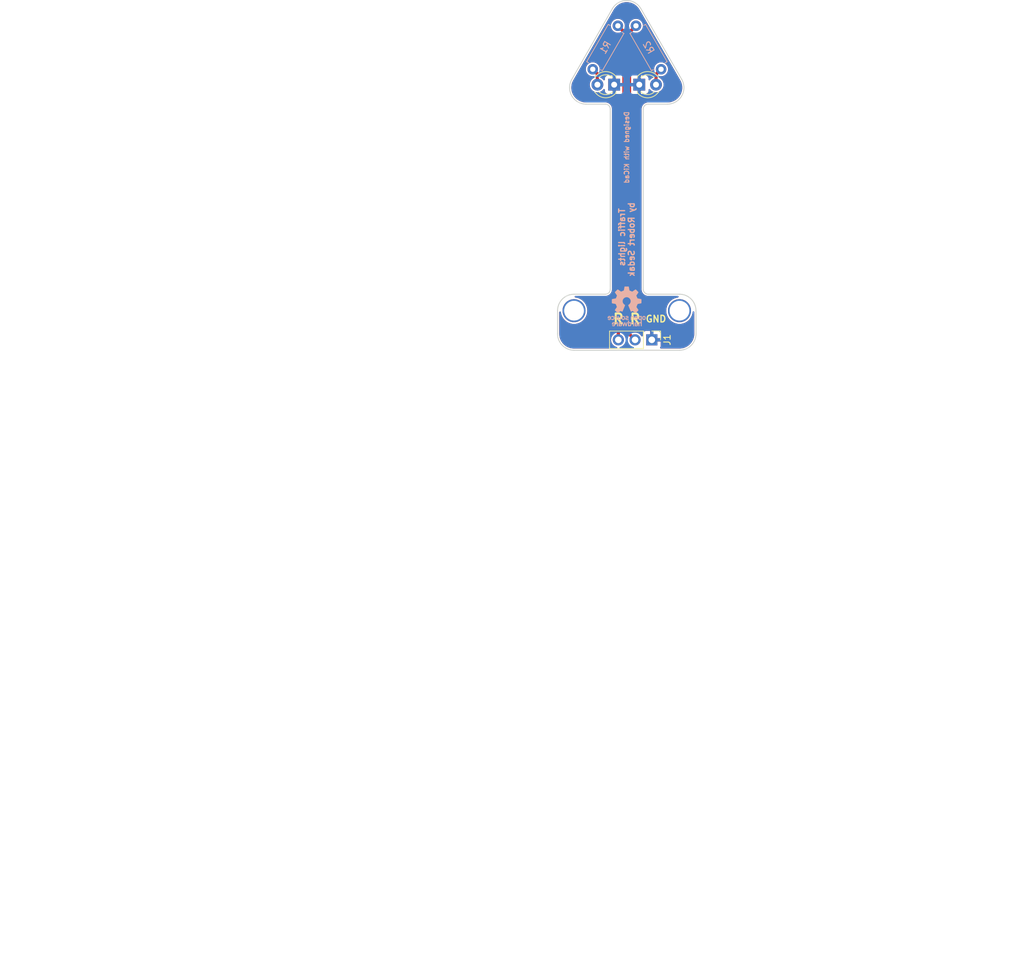
<source format=kicad_pcb>
(kicad_pcb (version 20211014) (generator pcbnew)
  (title_block (title "Traffic lights - railroad crossing") (date "2022-04-23") (rev "1.0") (company "Designed by Robert Sedak") (comment 1 "License: CC-BY-SA 4.0"))
  (layers (0 "F.Cu" signal) (31 "B.Cu" signal) (34 "B.Paste" user) (35 "F.Paste" user) (36 "B.SilkS" user "B.Silkscreen") (37 "F.SilkS" user "F.Silkscreen") (38 "B.Mask" user) (39 "F.Mask" user) (44 "Edge.Cuts" user))
  (net 0 "")
  (net 1 "Net-(D1-Pad2)")
  (net 2 "Net-(D2-Pad2)")
  (net 3 "Net-(J1-Pad3)")
  (net 4 "Net-(J1-Pad2)")
  (net 5 "Net-(D1-Pad1)")
  (footprint "LED_THT:LED_D3.0mm" (layer "F.Cu") (at 108.585 59.69 180)
    (fp_text reference "D1")
    (fp_text value "LED")
    (fp_line (start -0.29 1.08) (end -0.29 1.236) (layer "F.SilkS") (width 0.12))
    (fp_line (start -0.29 -1.236) (end -0.29 -1.08) (layer "F.SilkS") (width 0.12))
    (fp_arc (start 2.942335 1.078608) (mid 1.366487 1.987659) (end -0.29 1.235516) (layer "F.SilkS") (width 0.12))
    (fp_arc (start 0.229039 -1.08) (mid 1.270117 -1.5) (end 2.31113 -1.079837) (layer "F.SilkS") (width 0.12))
    (fp_arc (start -0.29 -1.235516) (mid 1.366487 -1.987659) (end 2.942335 -1.078608) (layer "F.SilkS") (width 0.12))
    (fp_arc (start 2.31113 1.079837) (mid 1.270117 1.5) (end 0.229039 1.08) (layer "F.SilkS") (width 0.12))
    (pad "1" thru_hole rect (at 0 0 180) (size 1.8 1.8) (drill 0.9) (layers *.Cu *.Mask) (net 5 "Net-(D1-Pad1)"))
    (pad "2" thru_hole circle (at 2.54 0 180) (size 1.8 1.8) (drill 0.9) (layers *.Cu *.Mask) (net 1 "Net-(D1-Pad2)"))
  )
  (footprint "LED_THT:LED_D3.0mm" (layer "F.Cu") (at 112.395 59.69)
    (fp_text reference "D2")
    (fp_text value "LED")
    (fp_line (start -0.29 -1.236) (end -0.29 -1.08) (layer "F.SilkS") (width 0.12))
    (fp_line (start -0.29 1.08) (end -0.29 1.236) (layer "F.SilkS") (width 0.12))
    (fp_arc (start 2.942335 1.078608) (mid 1.366487 1.987659) (end -0.29 1.235516) (layer "F.SilkS") (width 0.12))
    (fp_arc (start 0.229039 -1.08) (mid 1.270117 -1.5) (end 2.31113 -1.079837) (layer "F.SilkS") (width 0.12))
    (fp_arc (start -0.29 -1.235516) (mid 1.366487 -1.987659) (end 2.942335 -1.078608) (layer "F.SilkS") (width 0.12))
    (fp_arc (start 2.31113 1.079837) (mid 1.270117 1.5) (end 0.229039 1.08) (layer "F.SilkS") (width 0.12))
    (pad "1" thru_hole rect (at 0 0) (size 1.8 1.8) (drill 0.9) (layers *.Cu *.Mask) (net 5 "Net-(D1-Pad1)"))
    (pad "2" thru_hole circle (at 2.54 0) (size 1.8 1.8) (drill 0.9) (layers *.Cu *.Mask) (net 2 "Net-(D2-Pad2)"))
  )
  (footprint "Connector_PinHeader_2.54mm:PinHeader_1x03_P2.54mm_Vertical" (layer "F.Cu") (at 114.3 98.425 -90)
    (fp_text reference "J1" (at 0 -2.33 -90) (layer "F.SilkS"))
    (fp_text value "Conn_01x03_Male")
    (fp_line (start -1.33 1.27) (end 1.33 1.27) (layer "F.SilkS") (width 0.12))
    (fp_line (start 1.33 1.27) (end 1.33 6.41) (layer "F.SilkS") (width 0.12))
    (fp_line (start -1.33 0) (end -1.33 -1.33) (layer "F.SilkS") (width 0.12))
    (fp_line (start -1.33 -1.33) (end 0 -1.33) (layer "F.SilkS") (width 0.12))
    (fp_line (start -1.33 1.27) (end -1.33 6.41) (layer "F.SilkS") (width 0.12))
    (fp_line (start -1.33 6.41) (end 1.33 6.41) (layer "F.SilkS") (width 0.12))
    (pad "1" thru_hole rect (at 0 0 270) (size 1.7 1.7) (drill 1) (layers *.Cu *.Mask) (net 5 "Net-(D1-Pad1)"))
    (pad "2" thru_hole oval (at 0 2.54 270) (size 1.7 1.7) (drill 1) (layers *.Cu *.Mask) (net 4 "Net-(J1-Pad2)"))
    (pad "3" thru_hole oval (at 0 5.08 270) (size 1.7 1.7) (drill 1) (layers *.Cu *.Mask) (net 3 "Net-(J1-Pad3)"))
  )
  (footprint "Resistor_THT:R_Axial_DIN0207_L6.3mm_D2.5mm_P7.62mm_Horizontal" (layer "B.Cu") (at 109.15 50.75 -120)
    (fp_text reference "R1" (at 3.81 0 60) (layer "B.SilkS") (effects (justify mirror)))
    (fp_text value "220R")
    (fp_line (start 0.54 1.04) (end 0.54 1.37) (layer "B.SilkS") (width 0.12))
    (fp_line (start 0.54 -1.04) (end 0.54 -1.37) (layer "B.SilkS") (width 0.12))
    (fp_line (start 7.08 -1.37) (end 7.08 -1.04) (layer "B.SilkS") (width 0.12))
    (fp_line (start 0.54 -1.37) (end 7.08 -1.37) (layer "B.SilkS") (width 0.12))
    (fp_line (start 7.08 1.37) (end 7.08 1.04) (layer "B.SilkS") (width 0.12))
    (fp_line (start 0.54 1.37) (end 7.08 1.37) (layer "B.SilkS") (width 0.12))
    (pad "1" thru_hole circle (at 0 0 240) (size 1.6 1.6) (drill 0.8) (layers *.Cu *.Mask) (net 3 "Net-(J1-Pad3)"))
    (pad "2" thru_hole oval (at 7.62 0 240) (size 1.6 1.6) (drill 0.8) (layers *.Cu *.Mask) (net 1 "Net-(D1-Pad2)"))
  )
  (footprint "Resistor_THT:R_Axial_DIN0207_L6.3mm_D2.5mm_P7.62mm_Horizontal" (layer "B.Cu") (at 115.705 57.349557 120)
    (fp_text reference "R2" (at 3.81 0 120) (layer "B.SilkS") (effects (justify mirror)))
    (fp_text value "220R")
    (fp_line (start 0.54 -1.37) (end 7.08 -1.37) (layer "B.SilkS") (width 0.12))
    (fp_line (start 0.54 1.04) (end 0.54 1.37) (layer "B.SilkS") (width 0.12))
    (fp_line (start 0.54 -1.04) (end 0.54 -1.37) (layer "B.SilkS") (width 0.12))
    (fp_line (start 7.08 -1.37) (end 7.08 -1.04) (layer "B.SilkS") (width 0.12))
    (fp_line (start 0.54 1.37) (end 7.08 1.37) (layer "B.SilkS") (width 0.12))
    (fp_line (start 7.08 1.37) (end 7.08 1.04) (layer "B.SilkS") (width 0.12))
    (pad "1" thru_hole circle (at 0 0 120) (size 1.6 1.6) (drill 0.8) (layers *.Cu *.Mask) (net 2 "Net-(D2-Pad2)"))
    (pad "2" thru_hole oval (at 7.62 0 120) (size 1.6 1.6) (drill 0.8) (layers *.Cu *.Mask) (net 4 "Net-(J1-Pad2)"))
  )
  (footprint "Symbol:OSHW-Logo_5.7x6mm_SilkScreen" (layer "B.Cu") (at 110.49 93.345 180)
    (fp_text reference "REF**" hide)
    (fp_text value "OSHW-Logo_5.7x6mm_SilkScreen" hide)
    (fp_poly (pts (xy -2.538261 -1.465148) (xy -2.472479 -1.494231) (xy -2.42254 -1.542793) (xy -2.388374 -1.610908) (xy -2.369907 -1.698651) (xy -2.368583 -1.712351) (xy -2.367546 -1.808939) (xy -2.380993 -1.893602) (xy -2.408108 -1.962221) (xy -2.422627 -1.984294) (xy -2.473201 -2.031011) (xy -2.537609 -2.061268) (xy -2.609666 -2.073824) (xy -2.683185 -2.067439) (xy -2.739072 -2.047772) (xy -2.787132 -2.014629) (xy -2.826412 -1.971175) (xy -2.827092 -1.970158) (xy -2.843044 -1.943338) (xy -2.85341 -1.916368) (xy -2.859688 -1.882332) (xy -2.863373 -1.83431) (xy -2.864997 -1.794931) (xy -2.865672 -1.759219) (xy -2.739955 -1.759219) (xy -2.738726 -1.79477) (xy -2.734266 -1.842094) (xy -2.726397 -1.872465) (xy -2.712207 -1.894072) (xy -2.698917 -1.906694) (xy -2.651802 -1.933122) (xy -2.602505 -1.936653) (xy -2.556593 -1.917639) (xy -2.533638 -1.896331) (xy -2.517096 -1.874859) (xy -2.507421 -1.854313) (xy -2.503174 -1.827574) (xy -2.50292 -1.787523) (xy -2.504228 -1.750638) (xy -2.507043 -1.697947) (xy -2.511505 -1.663772) (xy -2.519548 -1.64148) (xy -2.533103 -1.624442) (xy -2.543845 -1.614703) (xy -2.588777 -1.589123) (xy -2.637249 -1.587847) (xy -2.677894 -1.602999) (xy -2.712567 -1.634642) (xy -2.733224 -1.68662) (xy -2.739955 -1.759219) (xy -2.865672 -1.759219) (xy -2.866479 -1.716621) (xy -2.863948 -1.658056) (xy -2.856362 -1.614007) (xy -2.842681 -1.579248) (xy -2.821865 -1.548551) (xy -2.814147 -1.539436) (xy -2.765889 -1.494021) (xy -2.714128 -1.467493) (xy -2.650828 -1.456379) (xy -2.619961 -1.455471) (xy -2.538261 -1.465148)) (layer "B.SilkS") (width 0.01) (fill solid))
    (fp_poly (pts (xy 1.635255 -2.401486) (xy 1.683595 -2.411015) (xy 1.711114 -2.425125) (xy 1.740064 -2.448568) (xy 1.698876 -2.500571) (xy 1.673482 -2.532064) (xy 1.656238 -2.547428) (xy 1.639102 -2.549776) (xy 1.614027 -2.542217) (xy 1.602257 -2.537941) (xy 1.55427 -2.531631) (xy 1.510324 -2.545156) (xy 1.47806 -2.57571) (xy 1.472819 -2.585452) (xy 1.467112 -2.611258) (xy 1.462706 -2.658817) (xy 1.459811 -2.724758) (xy 1.458631 -2.80571) (xy 1.458614 -2.817226) (xy 1.458614 -3.017822) (xy 1.320297 -3.017822) (xy 1.320297 -2.401683) (xy 1.389456 -2.401683) (xy 1.429333 -2.402725) (xy 1.450107 -2.407358) (xy 1.457789 -2.417849) (xy 1.458614 -2.427745) (xy 1.458614 -2.453806) (xy 1.491745 -2.427745) (xy 1.529735 -2.409965) (xy 1.58077 -2.401174) (xy 1.635255 -2.401486)) (layer "B.SilkS") (width 0.01) (fill solid))
    (fp_poly (pts (xy 2.677898 -1.456457) (xy 2.710096 -1.464279) (xy 2.771825 -1.492921) (xy 2.82461 -1.536667) (xy 2.861141 -1.589117) (xy 2.86616 -1.600893) (xy 2.873045 -1.63174) (xy 2.877864 -1.677371) (xy 2.879505 -1.723492) (xy 2.879505 -1.810693) (xy 2.697178 -1.810693) (xy 2.621979 -1.810978) (xy 2.569003 -1.812704) (xy 2.535325 -1.817181) (xy 2.51802 -1.82572) (xy 2.514163 -1.83963) (xy 2.520829 -1.860222) (xy 2.53277 -1.884315) (xy 2.56608 -1.924525) (xy 2.612368 -1.944558) (xy 2.668944 -1.943905) (xy 2.733031 -1.922101) (xy 2.788417 -1.895193) (xy 2.834375 -1.931532) (xy 2.880333 -1.967872) (xy 2.837096 -2.007819) (xy 2.779374 -2.045563) (xy 2.708386 -2.06832) (xy 2.632029 -2.074688) (xy 2.558199 -2.063268) (xy 2.546287 -2.059393) (xy 2.481399 -2.025506) (xy 2.43313 -1.974986) (xy 2.400465 -1.906325) (xy 2.382385 -1.818014) (xy 2.382175 -1.816121) (xy 2.380556 -1.719878) (xy 2.3871 -1.685542) (xy 2.514852 -1.685542) (xy 2.526584 -1.690822) (xy 2.558438 -1.694867) (xy 2.605397 -1.697176) (xy 2.635154 -1.697525) (xy 2.690648 -1.697306) (xy 2.725346 -1.695916) (xy 2.743601 -1.692251) (xy 2.749766 -1.68521) (xy 2.748195 -1.67369) (xy 2.746878 -1.669233) (xy 2.724382 -1.627355) (xy 2.689003 -1.593604) (xy 2.65778 -1.578773) (xy 2.616301 -1.579668) (xy 2.574269 -1.598164) (xy 2.539012 -1.628786) (xy 2.517854 -1.666062) (xy 2.514852 -1.685542) (xy 2.3871 -1.685542) (xy 2.39669 -1.635229) (xy 2.428698 -1.564191) (xy 2.474701 -1.508779) (xy 2.532821 -1.471009) (xy 2.60118 -1.452896) (xy 2.677898 -1.456457)) (layer "B.SilkS") (width 0.01) (fill solid))
    (fp_poly (pts (xy 2.217226 -1.46388) (xy 2.29008 -1.49483) (xy 2.313027 -1.509895) (xy 2.342354 -1.533048) (xy 2.360764 -1.551253) (xy 2.363961 -1.557183) (xy 2.354935 -1.57034) (xy 2.331837 -1.592667) (xy 2.313344 -1.60825) (xy 2.262728 -1.648926) (xy 2.22276 -1.615295) (xy 2.191874 -1.593584) (xy 2.161759 -1.58609) (xy 2.127292 -1.58792) (xy 2.072561 -1.601528) (xy 2.034886 -1.629772) (xy 2.011991 -1.675433) (xy 2.001597 -1.741289) (xy 2.001595 -1.741331) (xy 2.002494 -1.814939) (xy 2.016463 -1.868946) (xy 2.044328 -1.905716) (xy 2.063325 -1.918168) (xy 2.113776 -1.933673) (xy 2.167663 -1.933683) (xy 2.214546 -1.918638) (xy 2.225644 -1.911287) (xy 2.253476 -1.892511) (xy 2.275236 -1.889434) (xy 2.298704 -1.903409) (xy 2.324649 -1.92851) (xy 2.365716 -1.97088) (xy 2.320121 -2.008464) (xy 2.249674 -2.050882) (xy 2.170233 -2.071785) (xy 2.087215 -2.070272) (xy 2.032694 -2.056411) (xy 1.96897 -2.022135) (xy 1.918005 -1.968212) (xy 1.894851 -1.930149) (xy 1.876099 -1.875536) (xy 1.866715 -1.806369) (xy 1.866643 -1.731407) (xy 1.875824 -1.659409) (xy 1.894199 -1.599137) (xy 1.897093 -1.592958) (xy 1.939952 -1.532351) (xy 1.997979 -1.488224) (xy 2.066591 -1.461493) (xy 2.141201 -1.453073) (xy 2.217226 -1.46388)) (layer "B.SilkS") (width 0.01) (fill solid))
    (fp_poly (pts (xy -0.754012 -1.469002) (xy -0.722717 -1.48395) (xy -0.692409 -1.505541) (xy -0.669318 -1.530391) (xy -0.6525 -1.562087) (xy -0.641006 -1.604214) (xy -0.633891 -1.660358) (xy -0.630207 -1.734106) (xy -0.629008 -1.829044) (xy -0.628989 -1.838985) (xy -0.628713 -2.062179) (xy -0.76703 -2.062179) (xy -0.76703 -1.856418) (xy -0.767128 -1.780189) (xy -0.767809 -1.724939) (xy -0.769651 -1.686501) (xy -0.773233 -1.660706) (xy -0.779132 -1.643384) (xy -0.787927 -1.630368) (xy -0.80018 -1.617507) (xy -0.843047 -1.589873) (xy -0.889843 -1.584745) (xy -0.934424 -1.602217) (xy -0.949928 -1.615221) (xy -0.96131 -1.627447) (xy -0.969481 -1.64054) (xy -0.974974 -1.658615) (xy -0.97832 -1.685787) (xy -0.980051 -1.72617) (xy -0.980697 -1.783879) (xy -0.980792 -1.854132) (xy -0.980792 -2.062179) (xy -1.119109 -2.062179) (xy -1.119109 -1.458614) (xy -1.04995 -1.458614) (xy -1.008428 -1.460256) (xy -0.987006 -1.466087) (xy -0.980795 -1.477461) (xy -0.980792 -1.477798) (xy -0.97791 -1.488938) (xy -0.965199 -1.487674) (xy -0.939926 -1.475434) (xy -0.882605 -1.457424) (xy -0.817037 -1.455421) (xy -0.754012 -1.469002)) (layer "B.SilkS") (width 0.01) (fill solid))
    (fp_poly (pts (xy 0.376964 2.709982) (xy 0.433812 2.40843) (xy 0.853338 2.235488) (xy 1.104984 2.406605) (xy 1.175458 2.45425) (xy 1.239163 2.49679) (xy 1.293126 2.532285) (xy 1.334373 2.55879) (xy 1.359934 2.574364) (xy 1.366895 2.577722) (xy 1.379435 2.569086) (xy 1.406231 2.545208) (xy 1.44428 2.509141) (xy 1.490579 2.463933) (xy 1.542123 2.412636) (xy 1.595909 2.358299) (xy 1.648935 2.303972) (xy 1.698195 2.252705) (xy 1.740687 2.207549) (xy 1.773407 2.171554) (xy 1.793351 2.14777) (xy 1.798119 2.13981) (xy 1.791257 2.125135) (xy 1.77202 2.092986) (xy 1.74243 2.046508) (xy 1.70451 1.988844) (xy 1.660282 1.92314) (xy 1.634654 1.885664) (xy 1.587941 1.817232) (xy 1.546432 1.75548) (xy 1.51214 1.703481) (xy 1.48708 1.664308) (xy 1.473264 1.641035) (xy 1.471188 1.636145) (xy 1.475895 1.622245) (xy 1.488723 1.58985) (xy 1.507738 1.543515) (xy 1.531003 1.487794) (xy 1.556584 1.427242) (xy 1.582545 1.366414) (xy 1.60695 1.309864) (xy 1.627863 1.262148) (xy 1.643349 1.227819) (xy 1.651472 1.211432) (xy 1.651952 1.210788) (xy 1.664707 1.207659) (xy 1.698677 1.200679) (xy 1.75034 1.190533) (xy 1.816176 1.177908) (xy 1.892664 1.163491) (xy 1.93729 1.155177) (xy 2.019021 1.139616) (xy 2.092843 1.124808) (xy 2.155021 1.111564) (xy 2.201822 1.100695) (xy 2.229509 1.093011) (xy 2.235074 1.090573) (xy 2.240526 1.07407) (xy 2.244924 1.0368) (xy 2.248272 0.98312) (xy 2.250574 0.917388) (xy 2.251832 0.843963) (xy 2.252048 0.767204) (xy 2.251227 0.691468) (xy 2.249371 0.621114) (xy 2.246482 0.5605) (xy 2.242565 0.513984) (xy 2.237622 0.485925) (xy 2.234657 0.480084) (xy 2.216934 0.473083) (xy 2.179381 0.463073) (xy 2.126964 0.451231) (xy 2.064652 0.438733) (xy 2.0429 0.43469) (xy 1.938024 0.41548) (xy 1.85518 0.400009) (xy 1.79163 0.387663) (xy 1.744637 0.377827) (xy 1.711463 0.369886) (xy 1.689371 0.363224) (xy 1.675624 0.357227) (xy 1.667484 0.351281) (xy 1.666345 0.350106) (xy 1.654977 0.331174) (xy 1.637635 0.294331) (xy 1.61605 0.244087) (xy 1.591954 0.184954) (xy 1.567079 0.121444) (xy 1.543157 0.058068) (xy 1.521919 -0.000662) (xy 1.505097 -0.050235) (xy 1.494422 -0.086139) (xy 1.491627 -0.103862) (xy 1.49186 -0.104483) (xy 1.501331 -0.11897) (xy 1.522818 -0.150844) (xy 1.554063 -0.196789) (xy 1.592807 -0.253485) (xy 1.636793 -0.317617) (xy 1.649319 -0.335842) (xy 1.693984 -0.401914) (xy 1.733288 -0.4622) (xy 1.765088 -0.513235) (xy 1.787245 -0.55156) (xy 1.797617 -0.573711) (xy 1.798119 -0.576432) (xy 1.789405 -0.590736) (xy 1.765325 -0.619072) (xy 1.728976 -0.658396) (xy 1.683453 -0.705661) (xy 1.631852 -0.757823) (xy 1.577267 -0.811835) (xy 1.522794 -0.864653) (xy 1.471529 -0.913231) (xy 1.426567 -0.954523) (xy 1.391004 -0.985485) (xy 1.367935 -1.00307) (xy 1.361554 -1.005941) (xy 1.346699 -0.999178) (xy 1.316286 -0.980939) (xy 1.275268 -0.954297) (xy 1.243709 -0.932852) (xy 1.186525 -0.893503) (xy 1.118806 -0.847171) (xy 1.05088 -0.800913) (xy 1.014361 -0.776155) (xy 0.890752 -0.692547) (xy 0.786991 -0.74865) (xy 0.73972 -0.773228) (xy 0.699523 -0.792331) (xy 0.672326 -0.803227) (xy 0.665402 -0.804743) (xy 0.657077 -0.793549) (xy 0.640654 -0.761917) (xy 0.617357 -0.712765) (xy 0.588414 -0.64901) (xy 0.55505 -0.573571) (xy 0.518491 -0.489364) (xy 0.479964 -0.399308) (xy 0.440694 -0.306321) (xy 0.401908 -0.21332) (xy 0.36483 -0.123223) (xy 0.330689 -0.038948) (xy 0.300708 0.036587) (xy 0.276116 0.100466) (xy 0.258136 0.149769) (xy 0.247997 0.181579) (xy 0.246366 0.192504) (xy 0.259291 0.206439) (xy 0.287589 0.22906) (xy 0.325346 0.255667) (xy 0.328515 0.257772) (xy 0.4261 0.335886) (xy 0.504786 0.427018) (xy 0.563891 0.528255) (xy 0.602732 0.636682) (xy 0.620628 0.749386) (xy 0.616897 0.863452) (xy 0.590857 0.975966) (xy 0.541825 1.084015) (xy 0.5274 1.107655) (xy 0.452369 1.203113) (xy 0.36373 1.279768) (xy 0.264549 1.33722) (xy 0.157895 1.375071) (xy 0.046836 1.392922) (xy -0.065561 1.390375) (xy -0.176227 1.36703) (xy -0.282094 1.32249) (xy -0.380095 1.256355) (xy -0.41041 1.229513) (xy -0.487562 1.145488) (xy -0.543782 1.057034) (xy -0.582347 0.957885) (xy -0.603826 0.859697) (xy -0.609128 0.749303) (xy -0.591448 0.63836) (xy -0.552581 0.530619) (xy -0.494323 0.429831) (xy -0.418469 0.339744) (xy -0.326817 0.264108) (xy -0.314772 0.256136) (xy -0.276611 0.230026) (xy -0.247601 0.207405) (xy -0.233732 0.192961) (xy -0.233531 0.192504) (xy -0.236508 0.176879) (xy -0.248311 0.141418) (xy -0.267714 0.089038) (xy -0.293488 0.022655) (xy -0.324409 -0.054814) (xy -0.359249 -0.14045) (xy -0.396783 -0.231337) (xy -0.435783 -0.324559) (xy -0.475023 -0.417197) (xy -0.513276 -0.506335) (xy -0.549317 -0.589055) (xy -0.581917 -0.662441) (xy -0.609852 -0.723575) (xy -0.631895 -0.769541) (xy -0.646818 -0.797421) (xy -0.652828 -0.804743) (xy -0.671191 -0.799041) (xy -0.705552 -0.783749) (xy -0.749984 -0.761599) (xy -0.774417 -0.74865) (xy -0.878178 -0.692547) (xy -1.001787 -0.776155) (xy -1.064886 -0.818987) (xy -1.13397 -0.866122) (xy -1.198707 -0.910503) (xy -1.231134 -0.932852) (xy -1.276741 -0.963477) (xy -1.31536 -0.987747) (xy -1.341952 -1.002587) (xy -1.35059 -1.005724) (xy -1.363161 -0.997261) (xy -1.390984 -0.973636) (xy -1.431361 -0.937302) (xy -1.481595 -0.890711) (xy -1.538988 -0.836317) (xy -1.575286 -0.801392) (xy -1.63879 -0.738996) (xy -1.693673 -0.683188) (xy -1.737714 -0.636354) (xy -1.768695 -0.600882) (xy -1.784398 -0.579161) (xy -1.785905 -0.574752) (xy -1.778914 -0.557985) (xy -1.759594 -0.524082) (xy -1.730091 -0.476476) (xy -1.692545 -0.418599) (xy -1.6491 -0.353884) (xy -1.636745 -0.335842) (xy -1.591727 -0.270267) (xy -1.55134 -0.211228) (xy -1.51784 -0.162042) (xy -1.493486 -0.126028) (xy -1.480536 -0.106502) (xy -1.479285 -0.104483) (xy -1.481156 -0.088922) (xy -1.491087 -0.054709) (xy -1.507347 -0.006355) (xy -1.528205 0.051629) (xy -1.551927 0.11473) (xy -1.576784 0.178437) (xy -1.601042 0.238239) (xy -1.622971 0.289624) (xy -1.640838 0.328081) (xy -1.652913 0.349098) (xy -1.653771 0.350106) (xy -1.661154 0.356112) (xy -1.673625 0.362052) (xy -1.69392 0.36854) (xy -1.724778 0.376191) (xy -1.768934 0.38562) (xy -1.829126 0.397441) (xy -1.908093 0.412271) (xy -2.00857 0.430723) (xy -2.030325 0.43469) (xy -2.094802 0.447147) (xy -2.151011 0.459334) (xy -2.193987 0.470074) (xy -2.21876 0.478191) (xy -2.222082 0.480084) (xy -2.227556 0.496862) (xy -2.232006 0.534355) (xy -2.235428 0.588206) (xy -2.237819 0.654056) (xy -2.239177 0.727547) (xy -2.239499 0.80432) (xy -2.238781 0.880017) (xy -2.237021 0.95028) (xy -2.234216 1.01075) (xy -2.230362 1.05707) (xy -2.225457 1.084881) (xy -2.2225 1.090573) (xy -2.206037 1.096314) (xy -2.168551 1.105655) (xy -2.113775 1.117785) (xy -2.045445 1.131893) (xy -1.967294 1.14717) (xy -1.924716 1.155177) (xy -1.843929 1.170279) (xy -1.771887 1.18396) (xy -1.712111 1.195533) (xy -1.668121 1.204313) (xy -1.643439 1.209613) (xy -1.639377 1.210788) (xy -1.632511 1.224035) (xy -1.617998 1.255943) (xy -1.597771 1.301953) (xy -1.573766 1.357508) (xy -1.547918 1.418047) (xy -1.52216 1.479014) (xy -1.498427 1.535849) (xy -1.478654 1.583994) (xy -1.464776 1.61889) (xy -1.458726 1.635979) (xy -1.458614 1.636726) (xy -1.465472 1.650207) (xy -1.484698 1.68123) (xy -1.514272 1.726711) (xy -1.552173 1.783568) (xy -1.59638 1.848717) (xy -1.622079 1.886138) (xy -1.668907 1.954753) (xy -1.710499 2.017048) (xy -1.744825 2.069871) (xy -1.769857 2.110073) (xy -1.783565 2.1345) (xy -1.785544 2.139976) (xy -1.777034 2.152722) (xy -1.753507 2.179937) (xy -1.717968 2.218572) (xy -1.673423 2.265577) (xy -1.622877 2.317905) (xy -1.569336 2.372505) (xy -1.515805 2.42633) (xy -1.465289 2.47633) (xy -1.420794 2.519457) (xy -1.385325 2.552661) (xy -1.361887 2.572894) (xy -1.354046 2.577722) (xy -1.34128 2.570933) (xy -1.310744 2.551858) (xy -1.26541 2.522439) (xy -1.208244 2.484619) (xy -1.142216 2.440339) (xy -1.09241 2.406605) (xy -0.840764 2.235488) (xy -0.631001 2.321959) (xy -0.421237 2.40843) (xy -0.364389 2.709982) (xy -0.30754 3.011534) (xy 0.320115 3.011534) (xy 0.376964 2.709982)) (layer "B.SilkS") (width 0.01) (fill solid))
    (fp_poly (pts (xy 1.79946 -1.45803) (xy 1.842711 -1.471245) (xy 1.870558 -1.487941) (xy 1.879629 -1.501145) (xy 1.877132 -1.516797) (xy 1.860931 -1.541385) (xy 1.847232 -1.5588) (xy 1.818992 -1.590283) (xy 1.797775 -1.603529) (xy 1.779688 -1.602664) (xy 1.726035 -1.58901) (xy 1.68663 -1.58963) (xy 1.654632 -1.605104) (xy 1.64389 -1.614161) (xy 1.609505 -1.646027) (xy 1.609505 -2.062179) (xy 1.471188 -2.062179) (xy 1.471188 -1.458614) (xy 1.540347 -1.458614) (xy 1.581869 -1.460256) (xy 1.603291 -1.466087) (xy 1.609502 -1.477461) (xy 1.609505 -1.477798) (xy 1.612439 -1.489713) (xy 1.625704 -1.488159) (xy 1.644084 -1.479563) (xy 1.682046 -1.463568) (xy 1.712872 -1.453945) (xy 1.752536 -1.451478) (xy 1.79946 -1.45803)) (layer "B.SilkS") (width 0.01) (fill solid))
    (fp_poly (pts (xy 0.993367 -1.654342) (xy 0.994555 -1.746563) (xy 0.998897 -1.81661) (xy 1.007558 -1.867381) (xy 1.021704 -1.901772) (xy 1.0425 -1.922679) (xy 1.07111 -1.933) (xy 1.106535 -1.935636) (xy 1.143636 -1.932682) (xy 1.171818 -1.921889) (xy 1.192243 -1.90036) (xy 1.206079 -1.865199) (xy 1.214491 -1.81351) (xy 1.218643 -1.742394) (xy 1.219703 -1.654342) (xy 1.219703 -1.458614) (xy 1.35802 -1.458614) (xy 1.35802 -2.062179) (xy 1.288862 -2.062179) (xy 1.24717 -2.060489) (xy 1.225701 -2.054556) (xy 1.219703 -2.043293) (xy 1.216091 -2.033261) (xy 1.201714 -2.035383) (xy 1.172736 -2.04958) (xy 1.106319 -2.07148) (xy 1.035875 -2.069928) (xy 0.968377 -2.046147) (xy 0.936233 -2.027362) (xy 0.911715 -2.007022) (xy 0.893804 -1.981573) (xy 0.881479 -1.947458) (xy 0.873723 -1.901121) (xy 0.869516 -1.839007) (xy 0.86784 -1.757561) (xy 0.867624 -1.694578) (xy 0.867624 -1.458614) (xy 0.993367 -1.458614) (xy 0.993367 -1.654342)) (layer "B.SilkS") (width 0.01) (fill solid))
    (fp_poly (pts (xy -0.993356 -2.40302) (xy -0.974539 -2.40866) (xy -0.968473 -2.421053) (xy -0.968218 -2.426647) (xy -0.967129 -2.44223) (xy -0.959632 -2.444676) (xy -0.939381 -2.433993) (xy -0.927351 -2.426694) (xy -0.8894 -2.411063) (xy -0.844072 -2.403334) (xy -0.796544 -2.40274) (xy -0.751995 -2.408513) (xy -0.715602 -2.419884) (xy -0.692543 -2.436088) (xy -0.687996 -2.456355) (xy -0.690291 -2.461843) (xy -0.70702 -2.484626) (xy -0.732963 -2.512647) (xy -0.737655 -2.517177) (xy -0.762383 -2.538005) (xy -0.783718 -2.544735) (xy -0.813555 -2.540038) (xy -0.825508 -2.536917) (xy -0.862705 -2.529421) (xy -0.888859 -2.532792) (xy -0.910946 -2.544681) (xy -0.931178 -2.560635) (xy -0.946079 -2.5807) (xy -0.956434 -2.608702) (xy -0.963029 -2.648467) (xy -0.966649 -2.703823) (xy -0.968078 -2.778594) (xy -0.968218 -2.82374) (xy -0.968218 -3.017822) (xy -1.09396 -3.017822) (xy -1.09396 -2.401683) (xy -1.031089 -2.401683) (xy -0.993356 -2.40302)) (layer "B.SilkS") (width 0.01) (fill solid))
    (fp_poly (pts (xy 0.014017 -1.456452) (xy 0.061634 -1.465482) (xy 0.111034 -1.48437) (xy 0.116312 -1.486777) (xy 0.153774 -1.506476) (xy 0.179717 -1.524781) (xy 0.188103 -1.536508) (xy 0.180117 -1.555632) (xy 0.16072 -1.58385) (xy 0.15211 -1.594384) (xy 0.116628 -1.635847) (xy 0.070885 -1.608858) (xy 0.02735 -1.590878) (xy -0.02295 -1.581267) (xy -0.071188 -1.58066) (xy -0.108533 -1.589691) (xy -0.117495 -1.595327) (xy -0.134563 -1.621171) (xy -0.136637 -1.650941) (xy -0.123866 -1.674197) (xy -0.116312 -1.678708) (xy -0.093675 -1.684309) (xy -0.053885 -1.690892) (xy -0.004834 -1.697183) (xy 0.004215 -1.69817) (xy 0.082996 -1.711798) (xy 0.140136 -1.734946) (xy 0.17803 -1.769752) (xy 0.199079 -1.818354) (xy 0.205635 -1.877718) (xy 0.196577 -1.945198) (xy 0.167164 -1.998188) (xy 0.117278 -2.036783) (xy 0.0468 -2.061081) (xy -0.031435 -2.070667) (xy -0.095234 -2.070552) (xy -0.146984 -2.061845) (xy -0.182327 -2.049825) (xy -0.226983 -2.02888) (xy -0.268253 -2.004574) (xy -0.282921 -1.993876) (xy -0.320643 -1.963084) (xy -0.275148 -1.917049) (xy -0.229653 -1.871013) (xy -0.177928 -1.905243) (xy -0.126048 -1.930952) (xy -0.070649 -1.944399) (xy -0.017395 -1.945818) (xy 0.028049 -1.935443) (xy 0.060016 -1.913507) (xy 0.070338 -1.894998) (xy 0.068789 -1.865314) (xy 0.04314 -1.842615) (xy -0.00654 -1.82694) (xy -0.060969 -1.819695) (xy -0.144736 -1.805873) (xy -0.206967 -1.779796) (xy -0.248493 -1.740699) (xy -0.270147 -1.68782) (xy -0.273147 -1.625126) (xy -0.258329 -1.559642) (xy -0.224546 -1.510144) (xy -0.171495 -1.476408) (xy -0.098874 -1.458207) (xy -0.045072 -1.454639) (xy 0.014017 -1.456452)) (layer "B.SilkS") (width 0.01) (fill solid))
    (fp_poly (pts (xy 0.281524 -2.404237) (xy 0.331255 -2.407971) (xy 0.461291 -2.797773) (xy 0.481678 -2.728614) (xy 0.493946 -2.685874) (xy 0.510085 -2.628115) (xy 0.527512 -2.564625) (xy 0.536726 -2.53057) (xy 0.571388 -2.401683) (xy 0.714391 -2.401683) (xy 0.671646 -2.536857) (xy 0.650596 -2.603342) (xy 0.625167 -2.683539) (xy 0.59861 -2.767193) (xy 0.574902 -2.841782) (xy 0.520902 -3.011535) (xy 0.462598 -3.015328) (xy 0.404295 -3.019122) (xy 0.372679 -2.914734) (xy 0.353182 -2.849889) (xy 0.331904 -2.7784) (xy 0.313308 -2.715263) (xy 0.312574 -2.71275) (xy 0.298684 -2.669969) (xy 0.286429 -2.640779) (xy 0.277846 -2.629741) (xy 0.276082 -2.631018) (xy 0.269891 -2.64813) (xy 0.258128 -2.684787) (xy 0.242225 -2.736378) (xy 0.223614 -2.798294) (xy 0.213543 -2.832352) (xy 0.159007 -3.017822) (xy 0.043264 -3.017822) (xy -0.049263 -2.725471) (xy -0.075256 -2.643462) (xy -0.098934 -2.568987) (xy -0.11918 -2.505544) (xy -0.134874 -2.456632) (xy -0.144898 -2.425749) (xy -0.147945 -2.416726) (xy -0.145533 -2.407487) (xy -0.126592 -2.403441) (xy -0.087177 -2.403846) (xy -0.081007 -2.404152) (xy -0.007914 -2.407971) (xy 0.039957 -2.58401) (xy 0.057553 -2.648211) (xy 0.073277 -2.704649) (xy 0.085746 -2.748422) (xy 0.093574 -2.77463) (xy 0.09502 -2.778903) (xy 0.101014 -2.77399) (xy 0.113101 -2.748532) (xy 0.129893 -2.705997) (xy 0.150003 -2.64985) (xy 0.167003 -2.59913) (xy 0.231794 -2.400504) (xy 0.281524 -2.404237)) (layer "B.SilkS") (width 0.01) (fill solid))
    (fp_poly (pts (xy -1.356699 -1.472614) (xy -1.344168 -1.478514) (xy -1.300799 -1.510283) (xy -1.25979 -1.556646) (xy -1.229168 -1.607696) (xy -1.220459 -1.631166) (xy -1.212512 -1.673091) (xy -1.207774 -1.723757) (xy -1.207199 -1.744679) (xy -1.207129 -1.810693) (xy -1.587083 -1.810693) (xy -1.578983 -1.845273) (xy -1.559104 -1.88617) (xy -1.524347 -1.921514) (xy -1.482998 -1.944282) (xy -1.456649 -1.94901) (xy -1.420916 -1.943273) (xy -1.378282 -1.928882) (xy -1.363799 -1.922262) (xy -1.31024 -1.895513) (xy -1.264533 -1.930376) (xy -1.238158 -1.953955) (xy -1.224124 -1.973417) (xy -1.223414 -1.979129) (xy -1.235951 -1.992973) (xy -1.263428 -2.014012) (xy -1.288366 -2.030425) (xy -1.355664 -2.05993) (xy -1.43111 -2.073284) (xy -1.505888 -2.069812) (xy -1.565495 -2.051663) (xy -1.626941 -2.012784) (xy -1.670608 -1.961595) (xy -1.697926 -1.895367) (xy -1.710322 -1.811371) (xy -1.711421 -1.772936) (xy -1.707022 -1.684861) (xy -1.706482 -1.682299) (xy -1.580582 -1.682299) (xy -1.577115 -1.690558) (xy -1.562863 -1.695113) (xy -1.53347 -1.697065) (xy -1.484575 -1.697517) (xy -1.465748 -1.697525) (xy -1.408467 -1.696843) (xy -1.372141 -1.694364) (xy -1.352604 -1.689443) (xy -1.34569 -1.681434) (xy -1.345445 -1.678862) (xy -1.353336 -1.658423) (xy -1.373085 -1.629789) (xy -1.381575 -1.619763) (xy -1.413094 -1.591408) (xy -1.445949 -1.580259) (xy -1.463651 -1.579327) (xy -1.511539 -1.590981) (xy -1.551699 -1.622285) (xy -1.577173 -1.667752) (xy -1.577625 -1.669233) (xy -1.580582 -1.682299) (xy -1.706482 -1.682299) (xy -1.692392 -1.61551) (xy -1.666038 -1.560025) (xy -1.633807 -1.520639) (xy -1.574217 -1.477931) (xy -1.504168 -1.455109) (xy -1.429661 -1.453046) (xy -1.356699 -1.472614)) (layer "B.SilkS") (width 0.01) (fill solid))
    (fp_poly (pts (xy 0.610762 -1.466055) (xy 0.674363 -1.500692) (xy 0.724123 -1.555372) (xy 0.747568 -1.599842) (xy 0.757634 -1.639121) (xy 0.764156 -1.695116) (xy 0.766951 -1.759621) (xy 0.765836 -1.824429) (xy 0.760626 -1.881334) (xy 0.754541 -1.911727) (xy 0.734014 -1.953306) (xy 0.698463 -1.997468) (xy 0.655619 -2.036087) (xy 0.613211 -2.061034) (xy 0.612177 -2.06143) (xy 0.559553 -2.072331) (xy 0.497188 -2.072601) (xy 0.437924 -2.062676) (xy 0.41504 -2.054722) (xy 0.356102 -2.0213) (xy 0.31389 -1.977511) (xy 0.286156 -1.919538) (xy 0.270651 -1.843565) (xy 0.267143 -1.803771) (xy 0.26759 -1.753766) (xy 0.402376 -1.753766) (xy 0.406917 -1.826732) (xy 0.419986 -1.882334) (xy 0.440756 -1.917861) (xy 0.455552 -1.92802) (xy 0.493464 -1.935104) (xy 0.538527 -1.933007) (xy 0.577487 -1.922812) (xy 0.587704 -1.917204) (xy 0.614659 -1.884538) (xy 0.632451 -1.834545) (xy 0.640024 -1.773705) (xy 0.636325 -1.708497) (xy 0.628057 -1.669253) (xy 0.60432 -1.623805) (xy 0.566849 -1.595396) (xy 0.52172 -1.585573) (xy 0.475011 -1.595887) (xy 0.439132 -1.621112) (xy 0.420277 -1.641925) (xy 0.409272 -1.662439) (xy 0.404026 -1.690203) (xy 0.402449 -1.732762) (xy 0.402376 -1.753766) (xy 0.26759 -1.753766) (xy 0.268094 -1.69758) (xy 0.285388 -1.610501) (xy 0.319029 -1.54253) (xy 0.369018 -1.493664) (xy 0.435356 -1.463899) (xy 0.449601 -1.460448) (xy 0.53521 -1.452345) (xy 0.610762 -1.466055)) (layer "B.SilkS") (width 0.01) (fill solid))
    (fp_poly (pts (xy -0.201188 -3.017822) (xy -0.270346 -3.017822) (xy -0.310488 -3.016645) (xy -0.331394 -3.011772) (xy -0.338922 -3.001186) (xy -0.339505 -2.994029) (xy -0.340774 -2.979676) (xy -0.348779 -2.976923) (xy -0.369815 -2.985771) (xy -0.386173 -2.994029) (xy -0.448977 -3.013597) (xy -0.517248 -3.014729) (xy -0.572752 -3.000135) (xy -0.624438 -2.964877) (xy -0.663838 -2.912835) (xy -0.685413 -2.85145) (xy -0.685962 -2.848018) (xy -0.689167 -2.810571) (xy -0.690761 -2.756813) (xy -0.690633 -2.716155) (xy -0.553279 -2.716155) (xy -0.550097 -2.770194) (xy -0.542859 -2.814735) (xy -0.53306 -2.839888) (xy -0.495989 -2.87426) (xy -0.451974 -2.886582) (xy -0.406584 -2.876618) (xy -0.367797 -2.846895) (xy -0.353108 -2.826905) (xy -0.344519 -2.80305) (xy -0.340496 -2.76823) (xy -0.339505 -2.71593) (xy -0.341278 -2.664139) (xy -0.345963 -2.618634) (xy -0.352603 -2.588181) (xy -0.35371 -2.585452) (xy -0.380491 -2.553) (xy -0.419579 -2.535183) (xy -0.463315 -2.532306) (xy -0.504038 -2.544674) (xy -0.534087 -2.572593) (xy -0.537204 -2.578148) (xy -0.546961 -2.612022) (xy -0.552277 -2.660728) (xy -0.553279 -2.716155) (xy -0.690633 -2.716155) (xy -0.690568 -2.69554) (xy -0.689664 -2.662563) (xy -0.683514 -2.580981) (xy -0.670733 -2.51973) (xy -0.649471 -2.474449) (xy -0.617878 -2.440779) (xy -0.587207 -2.421014) (xy -0.544354 -2.40712) (xy -0.491056 -2.402354) (xy -0.43648 -2.406236) (xy -0.389792 -2.418282) (xy -0.365124 -2.432693) (xy -0.339505 -2.455878) (xy -0.339505 -2.162773) (xy -0.201188 -2.162773) (xy -0.201188 -3.017822)) (layer "B.SilkS") (width 0.01) (fill solid))
    (fp_poly (pts (xy 1.038411 -2.405417) (xy 1.091411 -2.41829) (xy 1.106731 -2.42511) (xy 1.136428 -2.442974) (xy 1.15922 -2.463093) (xy 1.176083 -2.488962) (xy 1.187998 -2.524073) (xy 1.195942 -2.57192) (xy 1.200894 -2.635996) (xy 1.203831 -2.719794) (xy 1.204947 -2.775768) (xy 1.209052 -3.017822) (xy 1.138932 -3.017822) (xy 1.096393 -3.016038) (xy 1.074476 -3.009942) (xy 1.068812 -2.999706) (xy 1.065821 -2.988637) (xy 1.052451 -2.990754) (xy 1.034233 -2.999629) (xy 0.988624 -3.013233) (xy 0.930007 -3.016899) (xy 0.868354 -3.010903) (xy 0.813638 -2.995521) (xy 0.80873 -2.993386) (xy 0.758723 -2.958255) (xy 0.725756 -2.909419) (xy 0.710587 -2.852333) (xy 0.711746 -2.831824) (xy 0.835508 -2.831824) (xy 0.846413 -2.859425) (xy 0.878745 -2.879204) (xy 0.93091 -2.889819) (xy 0.958787 -2.891228) (xy 1.005247 -2.88762) (xy 1.036129 -2.873597) (xy 1.043664 -2.866931) (xy 1.064076 -2.830666) (xy 1.068812 -2.797773) (xy 1.068812 -2.753763) (xy 1.007513 -2.753763) (xy 0.936256 -2.757395) (xy 0.886276 -2.768818) (xy 0.854696 -2.788824) (xy 0.847626 -2.797743) (xy 0.835508 -2.831824) (xy 0.711746 -2.831824) (xy 0.713971 -2.792456) (xy 0.736663 -2.735244) (xy 0.767624 -2.69658) (xy 0.786376 -2.679864) (xy 0.804733 -2.668878) (xy 0.828619 -2.66218) (xy 0.863957 -2.658326) (xy 0.916669 -2.655873) (xy 0.937577 -2.655168) (xy 1.068812 -2.650879) (xy 1.06862 -2.611158) (xy 1.063537 -2.569405) (xy 1.045162 -2.544158) (xy 1.008039 -2.52803) (xy 1.007043 -2.527742) (xy 0.95441 -2.5214) (xy 0.902906 -2.529684) (xy 0.86463 -2.549827) (xy 0.849272 -2.559773) (xy 0.83273 -2.558397) (xy 0.807275 -2.543987) (xy 0.792328 -2.533817) (xy 0.763091 -2.512088) (xy 0.74498 -2.4958) (xy 0.742074 -2.491137) (xy 0.75404 -2.467005) (xy 0.789396 -2.438185) (xy 0.804753 -2.428461) (xy 0.848901 -2.411714) (xy 0.908398 -2.402227) (xy 0.974487 -2.400095) (xy 1.038411 -2.405417)) (layer "B.SilkS") (width 0.01) (fill solid))
    (fp_poly (pts (xy -1.38421 -2.406555) (xy -1.325055 -2.422339) (xy -1.280023 -2.450948) (xy -1.248246 -2.488419) (xy -1.238366 -2.504411) (xy -1.231073 -2.521163) (xy -1.225974 -2.542592) (xy -1.222679 -2.572616) (xy -1.220797 -2.615154) (xy -1.219937 -2.674122) (xy -1.219707 -2.75344) (xy -1.219703 -2.774484) (xy -1.219703 -3.017822) (xy -1.280059 -3.017822) (xy -1.318557 -3.015126) (xy -1.347023 -3.008295) (xy -1.354155 -3.004083) (xy -1.373652 -2.996813) (xy -1.393566 -3.004083) (xy -1.426353 -3.01316) (xy -1.473978 -3.016813) (xy -1.526764 -3.015228) (xy -1.575036 -3.008589) (xy -1.603218 -3.000072) (xy -1.657753 -2.965063) (xy -1.691835 -2.916479) (xy -1.707157 -2.851882) (xy -1.707299 -2.850223) (xy -1.705955 -2.821566) (xy -1.584356 -2.821566) (xy -1.573726 -2.854161) (xy -1.55641 -2.872505) (xy -1.521652 -2.886379) (xy -1.475773 -2.891917) (xy -1.428988 -2.889191) (xy -1.391514 -2.878274) (xy -1.381015 -2.871269) (xy -1.362668 -2.838904) (xy -1.35802 -2.802111) (xy -1.35802 -2.753763) (xy -1.427582 -2.753763) (xy -1.493667 -2.75885) (xy -1.543764 -2.773263) (xy -1.574929 -2.795729) (xy -1.584356 -2.821566) (xy -1.705955 -2.821566) (xy -1.703987 -2.779647) (xy -1.68071 -2.723845) (xy -1.636948 -2.681647) (xy -1.630899 -2.677808) (xy -1.604907 -2.665309) (xy -1.572735 -2.65774) (xy -1.52776 -2.654061) (xy -1.474331 -2.653216) (xy -1.35802 -2.653169) (xy -1.35802 -2.604411) (xy -1.362953 -2.566581) (xy -1.375543 -2.541236) (xy -1.377017 -2.539887) (xy -1.405034 -2.5288) (xy -1.447326 -2.524503) (xy -1.494064 -2.526615) (xy -1.535418 -2.534756) (xy -1.559957 -2.546965) (xy -1.573253 -2.556746) (xy -1.587294 -2.558613) (xy -1.606671 -2.5506) (xy -1.635976 -2.530739) (xy -1.679803 -2.497063) (xy -1.683825 -2.493909) (xy -1.681764 -2.482236) (xy -1.664568 -2.462822) (xy -1.638433 -2.441248) (xy -1.609552 -2.423096) (xy -1.600478 -2.418809) (xy -1.56738 -2.410256) (xy -1.51888 -2.404155) (xy -1.464695 -2.401708) (xy -1.462161 -2.401703) (xy -1.38421 -2.406555)) (layer "B.SilkS") (width 0.01) (fill solid))
    (fp_poly (pts (xy 2.032581 -2.40497) (xy 2.092685 -2.420597) (xy 2.143021 -2.452848) (xy 2.167393 -2.47694) (xy 2.207345 -2.533895) (xy 2.230242 -2.599965) (xy 2.238108 -2.681182) (xy 2.238148 -2.687748) (xy 2.238218 -2.753763) (xy 1.858264 -2.753763) (xy 1.866363 -2.788342) (xy 1.880987 -2.819659) (xy 1.906581 -2.852291) (xy 1.911935 -2.8575) (xy 1.957943 -2.885694) (xy 2.01041 -2.890475) (xy 2.070803 -2.871926) (xy 2.08104 -2.866931) (xy 2.112439 -2.851745) (xy 2.13347 -2.843094) (xy 2.137139 -2.842293) (xy 2.149948 -2.850063) (xy 2.174378 -2.869072) (xy 2.186779 -2.87946) (xy 2.212476 -2.903321) (xy 2.220915 -2.919077) (xy 2.215058 -2.933571) (xy 2.211928 -2.937534) (xy 2.190725 -2.954879) (xy 2.155738 -2.975959) (xy 2.131337 -2.988265) (xy 2.062072 -3.009946) (xy 1.985388 -3.016971) (xy 1.912765 -3.008647) (xy 1.892426 -3.002686) (xy 1.829476 -2.968952) (xy 1.782815 -2.917045) (xy 1.752173 -2.846459) (xy 1.737282 -2.756692) (xy 1.735647 -2.709753) (xy 1.740421 -2.641413) (xy 1.86099 -2.641413) (xy 1.872652 -2.646465) (xy 1.903998 -2.650429) (xy 1.949571 -2.652768) (xy 1.980446 -2.653169) (xy 2.035981 -2.652783) (xy 2.071033 -2.650975) (xy 2.090262 -2.646773) (xy 2.09833 -2.639203) (xy 2.099901 -2.628218) (xy 2.089121 -2.594381) (xy 2.06198 -2.56094) (xy 2.026277 -2.535272) (xy 1.99056 -2.524772) (xy 1.942048 -2.534086) (xy 1.900053 -2.561013) (xy 1.870936 -2.599827) (xy 1.86099 -2.641413) (xy 1.740421 -2.641413) (xy 1.742599 -2.610236) (xy 1.764055 -2.530949) (xy 1.80047 -2.471263) (xy 1.852297 -2.430549) (xy 1.91999 -2.408179) (xy 1.956662 -2.403871) (xy 2.032581 -2.40497)) (layer "B.SilkS") (width 0.01) (fill solid))
    (fp_poly (pts (xy -1.908759 -1.469184) (xy -1.882247 -1.482282) (xy -1.849553 -1.505106) (xy -1.825725 -1.529996) (xy -1.809406 -1.561249) (xy -1.79924 -1.603166) (xy -1.793872 -1.660044) (xy -1.791944 -1.736184) (xy -1.791831 -1.768917) (xy -1.792161 -1.840656) (xy -1.793527 -1.891927) (xy -1.7965 -1.927404) (xy -1.801649 -1.951763) (xy -1.809543 -1.96968) (xy -1.817757 -1.981902) (xy -1.870187 -2.033905) (xy -1.93193 -2.065184) (xy -1.998536 -2.074592) (xy -2.065558 -2.06098) (xy -2.086792 -2.051354) (xy -2.137624 -2.024859) (xy -2.137624 -2.440052) (xy -2.100525 -2.420868) (xy -2.051643 -2.406025) (xy -1.991561 -2.402222) (xy -1.931564 -2.409243) (xy -1.886256 -2.425013) (xy -1.848675 -2.455047) (xy -1.816564 -2.498024) (xy -1.81415 -2.502436) (xy -1.803967 -2.523221) (xy -1.79653 -2.54417) (xy -1.791411 -2.569548) (xy -1.788181 -2.603618) (xy -1.786413 -2.650641) (xy -1.785677 -2.714882) (xy -1.785544 -2.787176) (xy -1.785544 -3.017822) (xy -1.923861 -3.017822) (xy -1.923861 -2.592533) (xy -1.962549 -2.559979) (xy -2.002738 -2.53394) (xy -2.040797 -2.529205) (xy -2.079066 -2.541389) (xy -2.099462 -2.55332) (xy -2.114642 -2.570313) (xy -2.125438 -2.595995) (xy -2.132683 -2.633991) (xy -2.137208 -2.687926) (xy -2.139844 -2.761425) (xy -2.140772 -2.810347) (xy -2.143911 -3.011535) (xy -2.209926 -3.015336) (xy -2.27594 -3.019136) (xy -2.27594 -1.77065) (xy -2.137624 -1.77065) (xy -2.134097 -1.840254) (xy -2.122215 -1.888569) (xy -2.10002 -1.918631) (xy -2.065559 -1.933471) (xy -2.030742 -1.936436) (xy -1.991329 -1.933028) (xy -1.965171 -1.919617) (xy -1.948814 -1.901896) (xy -1.935937 -1.882835) (xy -1.928272 -1.861601) (xy -1.924861 -1.831849) (xy -1.924749 -1.787236) (xy -1.925897 -1.74988) (xy -1.928532 -1.693604) (xy -1.932456 -1.656658) (xy -1.939063 -1.633223) (xy -1.949749 -1.61748) (xy -1.959833 -1.60838) (xy -2.00197 -1.588537) (xy -2.05184 -1.585332) (xy -2.080476 -1.592168) (xy -2.108828 -1.616464) (xy -2.127609 -1.663728) (xy -2.136712 -1.733624) (xy -2.137624 -1.77065) (xy -2.27594 -1.77065) (xy -2.27594 -1.458614) (xy -2.206782 -1.458614) (xy -2.16526 -1.460256) (xy -2.143838 -1.466087) (xy -2.137626 -1.477461) (xy -2.137624 -1.477798) (xy -2.134742 -1.488938) (xy -2.12203 -1.487673) (xy -2.096757 -1.475433) (xy -2.037869 -1.456707) (xy -1.971615 -1.454739) (xy -1.908759 -1.469184)) (layer "B.SilkS") (width 0.01) (fill solid))
  )
  (gr_line (start 102.164936 58.89) (end 108.314872 48.16) (layer "Edge.Cuts") (width 0.15))
  (gr_line (start 118.835064 58.89) (end 112.645 48.16) (layer "Edge.Cuts") (width 0.15))
  (gr_line (start 113.75 62.64) (end 116.67 62.64) (layer "Edge.Cuts") (width 0.15))
  (gr_arc (start 108.314872 48.16) (mid 110.479936 46.91) (end 112.645 48.16) (layer "Edge.Cuts") (width 0.15))
  (gr_line (start 102.5 91.5) (end 107.25 91.5) (layer "Edge.Cuts") (width 0.15))
  (gr_line (start 121 97.5) (end 121 94) (layer "Edge.Cuts") (width 0.15))
  (gr_line (start 113.75 91.5) (end 118.5 91.5) (layer "Edge.Cuts") (width 0.15))
  (gr_arc (start 113.75 91.5) (mid 113.21967 91.28033) (end 113 90.75) (layer "Edge.Cuts") (width 0.15))
  (gr_arc (start 108 90.75) (mid 107.78033 91.28033) (end 107.25 91.5) (layer "Edge.Cuts") (width 0.15))
  (gr_line (start 108 63.39) (end 108 90.75) (layer "Edge.Cuts") (width 0.15))
  (gr_line (start 113 63.39) (end 113 90.75) (layer "Edge.Cuts") (width 0.15))
  (gr_arc (start 113 63.39) (mid 113.21967 62.85967) (end 113.75 62.64) (layer "Edge.Cuts") (width 0.15))
  (gr_arc (start 107.25 62.64) (mid 107.78033 62.85967) (end 108 63.39) (layer "Edge.Cuts") (width 0.15))
  (gr_arc (start 104.33 62.64) (mid 102.164937 61.39) (end 102.164936 58.89) (layer "Edge.Cuts") (width 0.15))
  (gr_arc (start 118.835064 58.89) (mid 118.835064 61.39) (end 116.67 62.64) (layer "Edge.Cuts") (width 0.15))
  (gr_arc (start 121 97.5) (mid 120.267767 99.267767) (end 118.5 100) (layer "Edge.Cuts") (width 0.15))
  (gr_arc (start 100 94) (mid 100.732233 92.232233) (end 102.5 91.5) (layer "Edge.Cuts") (width 0.15))
  (gr_arc (start 118.5 91.5) (mid 120.267767 92.232233) (end 121 94) (layer "Edge.Cuts") (width 0.15))
  (gr_line (start 100 97.5) (end 100 94) (layer "Edge.Cuts") (width 0.15))
  (gr_arc (start 102.5 100) (mid 100.732233 99.267767) (end 100 97.5) (layer "Edge.Cuts") (width 0.15))
  (gr_line (start 102.5 100) (end 118.5 100) (layer "Edge.Cuts") (width 0.15))
  (gr_line (start 104.33 62.64) (end 107.25 62.64) (layer "Edge.Cuts") (width 0.15))
  (gr_text "Designed with KiCad" (at 110.49 69.215 90) (layer "B.SilkS") (effects (font (size 0.7 0.7)) (justify mirror)))
  (gr_text "Traffic lights \nby Robert Sedak" (at 110.49 83.185 90) (layer "B.SilkS") (effects (font (size 0.9 0.9) (thickness 0.2)) (justify mirror)))
  (gr_text "R" (at 111.76 95.25) (layer "F.SilkS") (effects (font (size 1.5 1.5) (thickness 0.3))))
  (gr_text "GND" (at 114.935 95.25) (layer "F.SilkS") (effects (font (size 1 1) (thickness 0.2))))
  (gr_text "R" (at 109.22 95.25) (layer "F.SilkS") (effects (font (size 1.5 1.5) (thickness 0.3))))
  (via locked (at 118.5 94) (size 3.5) (drill 3) (layers "F.Cu" "B.Cu") (net 0))
  (via (at 102.5 94) (size 3.5) (drill 3) (layers "F.Cu" "B.Cu") (net 0))
  (segment (start 106.045 58.054114) (end 105.34 57.349114) (width 0.5) (layer "F.Cu") (net 1))
  (segment (start 106.045 59.69) (end 106.045 58.054114) (width 0.5) (layer "F.Cu") (net 1))
  (segment (start 114.935 59.69) (end 114.935 58.119557) (width 0.5) (layer "F.Cu") (net 2))
  (segment (start 114.935 58.119557) (end 115.705 57.349557) (width 0.5) (layer "F.Cu") (net 2))
  (segment (start 110.069999 95.035001) (end 110.069999 51.669999) (width 0.5) (layer "F.Cu") (net 3))
  (segment (start 109.22 95.885) (end 109.22 98.425) (width 0.5) (layer "F.Cu") (net 3))
  (segment (start 110.069999 51.669999) (end 109.15 50.75) (width 0.5) (layer "F.Cu") (net 3))
  (segment (start 109.22 95.885) (end 110.069999 95.035001) (width 0.5) (layer "F.Cu") (net 3))
  (segment (start 111.76 98.425) (end 110.91 97.575) (width 0.5) (layer "F.Cu") (net 4))
  (segment (start 110.91 51.735443) (end 111.895 50.750443) (width 0.5) (layer "F.Cu") (net 4))
  (segment (start 110.91 97.575) (end 110.91 51.735443) (width 0.5) (layer "F.Cu") (net 4))
  (segment (start 114.3 94.535) (end 114.3 98.425) (width 0.5) (layer "F.Cu") (net 5))
  (segment (start 111.84 92.075) (end 111.84 62.03) (width 0.5) (layer "F.Cu") (net 5))
  (segment (start 111.76 92.075) (end 111.76 62.11) (width 0.25) (layer "F.Cu") (net 5))
  (segment (start 111.84 62.03) (end 112.395 61.475) (width 0.5) (layer "F.Cu") (net 5))
  (segment (start 112.395 61.475) (end 112.395 59.69) (width 0.5) (layer "F.Cu") (net 5))
  (segment (start 114.3 94.535) (end 111.84 92.075) (width 0.5) (layer "F.Cu") (net 5))
  (segment (start 112.395 59.69) (end 108.585 59.69) (width 0.5) (layer "B.Cu") (net 5))
  (zone (net 5) (net_name "Net-(D1-Pad1)") (layer "F.Cu") (connect_pads (clearance 0.254)) (min_thickness 0.254) (fill yes (thermal_gap 0.508) (thermal_bridge_width 0.508))
    (polygon (pts (xy 102.489 100.076) (xy 118.745 100.076) (xy 120.015 99.568) (xy 120.777 98.552) (xy 121.031 97.79) (xy 121.031 93.853) (xy 120.777 92.837) (xy 120.142 92.075) (xy 118.872 91.567) (xy 113.792 91.567) (xy 113.411 91.44) (xy 113.157 91.186) (xy 113.03 90.805) (xy 113.03 63.373) (xy 113.157 62.992) (xy 113.411 62.738) (xy 113.792 62.611) (xy 116.84 62.611) (xy 117.856 62.357) (xy 118.618 61.722) (xy 119.126 60.96) (xy 119.126 60.071) (xy 119.126 59.436) (xy 112.522 48.006) (xy 111.633 47.244) (xy 110.998 46.99) (xy 110.236 46.99) (xy 109.347 47.117) (xy 108.712 47.625) (xy 108.458 48.006) (xy 101.854 59.436) (xy 101.854 60.198) (xy 101.981 61.087) (xy 102.362 61.722) (xy 102.87 62.23) (xy 103.632 62.611) (xy 104.267 62.611) (xy 107.315 62.611) (xy 107.823 62.865) (xy 108.077 63.5) (xy 108.077 90.805) (xy 107.823 91.313) (xy 107.442 91.44) (xy 102.362 91.44) (xy 101.219 91.821) (xy 100.457 92.583) (xy 100.076 93.218) (xy 99.949 97.663) (xy 100.203 98.552) (xy 100.711 99.314) (xy 101.6 99.822) (xy 102.362 100.076)))
  )
  (zone (net 5) (net_name "Net-(D1-Pad1)") (layer "B.Cu") (connect_pads (clearance 0.254)) (min_thickness 0.254) (fill yes (thermal_gap 0.508) (thermal_bridge_width 0.508))
    (polygon (pts (xy 102.489 100.076) (xy 118.745 100.076) (xy 120.015 99.568) (xy 120.777 98.552) (xy 121.031 97.79) (xy 121.031 93.853) (xy 120.777 92.837) (xy 120.142 92.075) (xy 118.872 91.567) (xy 113.792 91.567) (xy 113.411 91.44) (xy 113.157 91.186) (xy 113.03 90.805) (xy 113.03 63.373) (xy 113.157 62.992) (xy 113.411 62.738) (xy 113.792 62.611) (xy 116.84 62.611) (xy 117.856 62.357) (xy 118.618 61.722) (xy 119.126 60.96) (xy 119.126 60.071) (xy 119.126 59.436) (xy 112.522 48.006) (xy 111.633 47.244) (xy 110.998 46.99) (xy 110.236 46.99) (xy 109.347 47.117) (xy 108.712 47.625) (xy 108.458 48.006) (xy 101.854 59.436) (xy 101.854 60.198) (xy 101.981 61.087) (xy 102.362 61.722) (xy 102.87 62.23) (xy 103.632 62.611) (xy 104.267 62.611) (xy 107.315 62.611) (xy 107.823 62.865) (xy 108.077 63.5) (xy 108.077 90.805) (xy 107.823 91.313) (xy 107.442 91.44) (xy 102.362 91.44) (xy 101.219 91.821) (xy 100.457 92.583) (xy 100.076 93.218) (xy 99.949 97.663) (xy 100.203 98.552) (xy 100.711 99.314) (xy 101.6 99.822) (xy 102.362 100.076)))
  )
)
</source>
